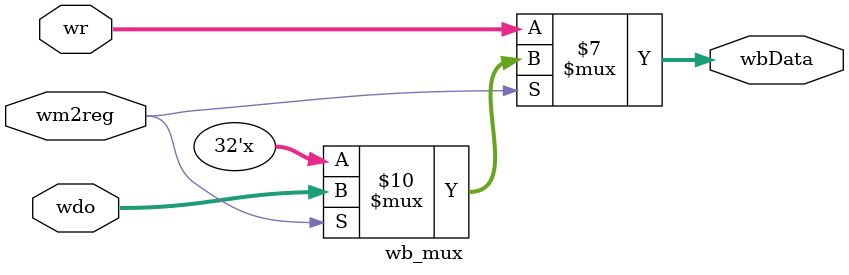
<source format=v>
`timescale 1ns / 1ps


// MY DATA PATH MODULE WHERE modules are intiaited.
module data_path(
    input clk, 
    output wire [31:0] pc,
    output wire [31:0] dinstOut,
    output wire [31:0] ealu,
    output wire [31:0] mr,
    output wire [31:0] wbData 
 );

    // wires decoding the instruction
    wire [31:0] npc;
    wire [31:0] inst_out;
    wire [5:0] op;
    wire [4:0] rs;
    wire [4:0] rt;
    wire [4:0] rd;
    wire [4:0] shamt;
    wire [5:0] funct;
    wire [15:0] imm;
    wire [25:0] address;    
    assign op = dinstOut[31:26];
    assign rs = dinstOut [25:21]; 
    assign rt = dinstOut [20:16]; 
    assign rd = dinstOut [15:11];
    assign shamt = dinstOut [10:6];
    assign funct = dinstOut [5:0];
    assign imm = dinstOut [15:0];
    assign address = dinstOut [25:0];
    
    // Internal Wires within IF/ID
    wire wreg;
    wire wmem;
    wire m2reg;
    wire [3:0] aluc;
    wire aluimm;
    wire regrt;
    wire [4:0] destReg;
    wire [31:0] qa;
    wire [31:0] qb;
    wire [31:0] dqa; 
    wire [31:0] dqb; 
    wire [31:0] imm32;
    
    // Internal Wires within ID/EXE
    wire [31:0] b;
    wire [31:0] a;
    wire [1:0] fwda; 
    wire [1:0] fwdb; 
    wire ewreg;
    wire em2reg;
    wire ewmem;
    wire [3:0] ealuc; 
    wire ealuimm;
    wire [4:0] edestReg; 
    wire [31:0] eqa;
    wire [31:0] eqb;
    wire [31:0] eimm32;
    wire [31:0] r;

    // wires out of EXE/MEM 
    wire mwreg;
    wire mm2reg;
    wire mwmem;
    wire [4:0] mdestReg;
    wire [31:0] mqb;
    wire [31:0] mdo;

    // wires out of MEM/WB
    wire wwreg;
    wire wm2reg;
    wire [4:0] wdestReg;
    wire [31:0] wr;
    wire [31:0] wdo;
    
    // EXTRA CREDIT WIRES TO IMPLMENT SHIFT, JUMP, AND BRANCH
    wire [1:0] pcsrc;
    wire wpcir;
    wire [31:0] bpc;
    wire [31:0] jpc;
    wire [31:0] pc4;
    wire [31:0] dpc4;
    wire [31:0] epc4;    
    wire [31:0] epc8;    
    wire rsrtequ;
    wire sext;
    wire shift;
    wire jal;
    wire ejal;
    wire eshift;
    wire [4:0] edestReg2; 

    // EXTRA CREDIT PROJECT MODULES FOR STALLS, DELAYED BRANCHES, JUMPS, AND SHIFTS
    npc_mux npc_mux_inst( 
        .pcsrc(pcsrc),
        .pc4(pc4),
        .bpc(bpc),
        .dqa(dqa),
        .jpc(jpc),
        .npc(npc)
    );
    address_extender address_extender_inst(
        .address(address),
        .dpc4(dpc4),
        .jpc(jpc)
    );
    
    bcp_adder bcp_adder_inst(
        .dpc4(dpc4),
        .imm(imm),
        .bpc(bpc)
    );
    
    equality_comparer equality_comparer_ins(
        .dqa(dqa),
        .dqb(dqb),
        .rsrtequ(rsrtequ)
    );
    
    pc_exe_adder pc_exe_adder_inst(
        .epc4(epc4),
        .epc8(epc8)
    );
    
    alu_a_mux alu_a_mux_inst(
        .eqa(eqa),
        .eimm32(eimm32),
        .eshift(eshift),
        .a(a)
    );
    
    jal_mux jal_mux_inst(
        .epc8(epc8),
        .r(r),
        .ejal(ejal),
        .ealu(ealu)
    );

    jal_f jal_f_inst(
        .edestReg(edestReg),
        .ejal(ejal),
        .edestReg2(edestReg2)
    );
    
    // ----------------------------------------------------------------------------------
    
    // ALL OTHER PREVIOUS OBJECT INSTANSIATIONS
    program_counter ProgramCounter_inst (
        .clk(clk), 
        .wpcir(wpcir),
        .npc(npc), 
        .pc(pc)
    );
    
    pc_adder ProgramCounterAdder_inst (
        .pc(pc), 
        .pc4(pc4)
    );
    
    instruction_memory InstructionMemory_inst (
        .pc(pc), 
        .instOut(inst_out)
    );
        
    if_id_pipeline_register STAGE1_inst (
        .clk(clk), 
        .wpcir(wpcir),
        .instOut(inst_out), 
        .dInstOut(dinstOut),
        .pc4(pc4),
        .dpc4(dpc4)
    );
    
    control_unit ControlUnit_inst (
        .op(op), 
        .func(funct), 
        .wreg(wreg), 
        .m2reg(m2reg), 
        .wmem(wmem), 
        .aluc(aluc), 
        .aluimm(aluimm), 
        .regrt(regrt),
        // PROJECT ADDTIONS
        .rs(rs),
        .rt(rt),
        .mdestReg(mdestReg),
        .mm2reg(mm2reg),
        .mwreg(mwreg),
        .edestReg(edestReg),
        .em2reg(em2reg),
        .ewreg(ewreg),
        .fwdb(fwdb),
        .fwda(fwda),
        .wpcir(wpcir),
        // Extra Credit
        .pcsrc(pcsrc),
        .rsrtequ(rsrtequ),
        .sext(sext),
        .shift(shift),
        .jal(jal)
    );
    
    fwda_mux fwda_mux_inst(
        .fwda(fwda),
        .qa(qa),
        .r(r),
        .mr(mr),
        .mdo(mdo),
        .dqa(dqa) 
    );
    
    fwdb_mux fwdb_mux_inst(
        .fwdb(fwdb),
        .qb(qb),
        .r(r),
        .mr(mr),
        .mdo(mdo),
        .dqb(dqb) 
    );
    
    regrt_multiplexer Multiplexer_inst (
        .rt(rt), 
        .rd(rd), 
        .regrt(regrt), 
        .destReg(destReg)
    );
    
    register_file FileRegister_inst (
        .rs(rs), 
        .rt(rt), 
        .qa(qa), 
        .qb(qb),
        .wdestReg(wdestReg),
        .wbData(wbData),
        .wwreg(wwreg),
        .clk(clk)
    );
    
    immediate_extender SignExtender_inst (
        .imm(imm), 
        .sext(sext),
        .imm32(imm32)
    );
    
    id_exe_pipeline_register STAGE2_inst (
        .clk(clk), 
        .wreg(wreg), 
        .ewreg(ewreg), 
        .m2reg(m2reg), 
        .em2reg(em2reg), 
        .wmem(wmem), 
        .ewmem(ewmem), 
        .aluc(aluc), 
        .ealuc(ealuc), 
        .aluimm(aluimm), 
        .ealuimm(ealuimm), 
        .destReg(destReg), 
        .edestReg(edestReg), 
        .dqa(dqa), 
        .eqa(eqa), 
        .dqb(dqb), 
        .eqb(eqb), 
        .imm32(imm32), 
        .eimm32(eimm32),
        // EXTRA CREDIT VARIBLES
        .dpc4(dpc4), 
        .epc4(epc4),
        .jal(jal), 
        .ejal(ejal),
        .shift(shift), 
        .eshift(eshift)
    );
        
    alu_b_mux Alu_Mux_inst (
        .eqb(eqb),
        .eimm32(eimm32),
        .ealuimm(ealuimm),
        .b(b)
    );
    
    alu Alu_inst (
        .a(a),
        .b(b),
        .ealuc(ealuc),
        .r(r)
    );
    
    exe_mem_pipeline_register EXE_MEM_STAGE_3(
        .clk(clk),
        .ewreg(ewreg),
        .em2reg(em2reg),
        .ewmem(ewmem),
        .edestReg2(edestReg2),
        .ealu(ealu),
        .eqb(eqb),
        .mwreg(mwreg),
        .mm2reg(mm2reg),
        .mwmem(mwmem),
        .mdestReg(mdestReg),
        .mr(mr),
        .mqb(mqb)
    );
    
    data_memory Data_Memory_inst(
        .clk(clk),
        .mr(mr),
        .mqb(mqb),
        .mwmem(mwmem),
        .mdo(mdo)
    );
    
    mem_web_pipeline_register MEM_WEB_STAGE_4(
        .clk(clk),
        .mwreg(mwreg),
        .mm2reg(mm2reg),
        .mdestReg(mdestReg),
        .mr(mr),
        .mdo(mdo),
        .wwreg(wwreg),
        .wm2reg(wm2reg),
        .wdestReg(wdestReg),
        .wr(wr),
        .wdo(wdo)
    );
        
    wb_mux Wb_Mux_inst(
        .wr(wr),
        .wdo(wdo),
        .wm2reg(wm2reg),
        .wbData(wbData)
    );
   
endmodule


// --------------------- STAGE 1: INSTRUCTION FETCH ---------------------

module program_counter( 
    input clk, input wire wpcir,
    input wire [31:0] npc, output reg [31:0] pc 
);
    initial begin
        pc = 32'd0;
    end
    always @(posedge clk) begin
        if (wpcir) begin pc <= npc; end 
    end
endmodule

    
module instruction_memory(input wire [31:0] pc, output reg [31:0] instOut); // CHANGE TO LW INSTRUCTIONS
    wire [31:0] rom [0:63];    
    // rom[word_addr] = instruction // (pc) label instruction
     assign rom[6'h00] = 32'h3c010000; // (00) main: lui $1, 0
     assign rom[6'h01] = 32'h34240050; // (04) ori $4, $1, 80
     assign rom[6'h02] = 32'h0c00001b; // (08) call: jal sum
     assign rom[6'h03] = 32'h20050004; // (0c) dslot1: addi $5, $0, 4
     assign rom[6'h04] = 32'hac820000; // (10) return: sw $2, 0($4)
     assign rom[6'h05] = 32'h8c890000; // (14) lw $9, 0($4)
     assign rom[6'h06] = 32'h01244022; // (18) sub $8, $9, $4
     assign rom[6'h07] = 32'h20050003; // (1c) addi $5, $0, 3
     assign rom[6'h08] = 32'h20a5ffff; // (20) loop2: addi $5, $5, -1
     assign rom[6'h09] = 32'h34a8ffff; // (24) ori $8, $5, 0xffff
     assign rom[6'h0a] = 32'h39085555; // (28) xori $8, $8, 0x5555
     assign rom[6'h0b] = 32'h2009ffff; // (2c) addi $9, $0, -1
     assign rom[6'h0c] = 32'h312affff; // (30) andi $10,$9,0xffff
     assign rom[6'h0d] = 32'h01493025; // (34) or $6, $10, $9
     assign rom[6'h0e] = 32'h01494026; // (38) xor $8, $10, $9
     assign rom[6'h0f] = 32'h01463824; // (3c) and $7, $10, $6
     assign rom[6'h10] = 32'h10a00003; // (40) beq $5, $0, shift
     assign rom[6'h11] = 32'h00000000; // (44) dslot2: nop
     assign rom[6'h12] = 32'h08000008; // (48) j loop2
     assign rom[6'h13] = 32'h00000000; // (4c) dslot3: nop
     assign rom[6'h14] = 32'h2005ffff; // (50) shift: addi $5, $0, -1
     assign rom[6'h15] = 32'h000543c0; // (54) sll $8, $5, 15
     assign rom[6'h16] = 32'h00084400; // (58) sll $8, $8, 16
     assign rom[6'h17] = 32'h00084403; // (5c) sra $8, $8, 16
     assign rom[6'h18] = 32'h000843c2; // (60) srl $8, $8, 15
     assign rom[6'h19] = 32'h08000019; // (64) finish: j finish
     assign rom[6'h1a] = 32'h00000000; // (68) dslot4: nop
     assign rom[6'h1b] = 32'h00004020; // (6c) sum: add $8, $0, $0
     assign rom[6'h1c] = 32'h8c890000; // (70) loop: lw $9, 0($4)
     assign rom[6'h1d] = 32'h01094020; // (74) stall: add $8, $8, $9
     assign rom[6'h1e] = 32'h20a5ffff; // (78) addi $5, $5, -1
     assign rom[6'h1f] = 32'h14a0fffc; // (7c) bne $5, $0, loop
     assign rom[6'h20] = 32'h20840004; // (80) dslot5: addi $4, $4, 4
     assign rom[6'h21] = 32'h03e00008; // (84) jr $31
     assign rom[6'h22] = 32'h00081000; // (88) dslot6: sll $2, $8, 0
    always @(*) begin
        instOut = rom[pc / 4];
    end    
endmodule
    
    
module pc_adder(input wire [31:0] pc, output reg [31:0] pc4);
    always @(*) begin
        pc4 = pc + 32'd4;
    end    
endmodule


module if_id_pipeline_register(
    input clk, 
    input wire wpcir,
    input wire [31:0] instOut, 
    output reg [31:0] dInstOut,
    input wire [31:0] pc4,
    output reg [31:0] dpc4
);
    always @(posedge clk) begin
        if (wpcir) begin
            dInstOut <= instOut;
            dpc4 <= pc4;
        end
    end
endmodule


module npc_mux( // EXTRA CREDIT PROJECT MODULES FOR DELAYED BRANCHES
    input wire [1:0] pcsrc,
    input wire [31:0] pc4,
    input wire [31:0] bpc,
    input wire [31:0] dqa,
    input wire [31:0] jpc,
    output reg [31:0] npc
);
    always @(*) begin
        if(pcsrc==0) begin npc = pc4; end
        if(pcsrc==1) begin npc = bpc; end
        if(pcsrc==2) begin npc = dqa; end
        if(pcsrc==3) begin npc = jpc; end 
        end
endmodule


// --------------------- STAGE 2: INSTRUCTION DECODE ---------------------

module control_unit(
    input wire [5:0] op, 
    input wire [5:0] func, 
    output reg wreg, 
    output reg m2reg, 
    output reg wmem, 
    output reg [3:0]aluc, 
    output reg aluimm, 
    output reg regrt,
    // PROJECT ADDTIONS
    input wire [4:0] rs,
    input wire [4:0] rt,
    input wire [4:0] mdestReg,
    input wire mm2reg,
    input wire mwreg,
    input wire [4:0] edestReg,
    input wire em2reg,
    input wire ewreg,
    output reg [1:0] fwdb,
    output reg [1:0] fwda,
    output reg wpcir,
    // EXTRA CREDIT VARIBLES
    output reg [1:0] pcsrc,
    input wire rsrtequ,
    output reg jal,
    output reg shift,
    output reg sext
);
    initial begin wpcir = 1'b1; pcsrc = 2'b00; end
     // STALL LOGIC
    reg stall = 1'b0;
    reg i_rs = 1'b0;
    reg i_rt = 1'b0;
    always @(*) begin
        wpcir = 1'b1;
        shift = 0; 
        if(op == 6'b000000) begin i_rs = 1'b1; i_rt = 1'b1; end 
        if(op == 6'b100011) begin i_rs = 1'b1; i_rt = 1'b0; end
        stall = ewreg & em2reg & (edestReg!=0) & (i_rs & (edestReg == rs) | i_rt & (edestReg == rt));
        if(stall) begin // NEED TO PREVENT WRITE 
            wpcir = 1'b0; 
            wreg = 0;
            m2reg = 0;
            wmem = 0;
            aluc = 4'b0000;
        end
        else begin
        case(op)
            6'b000000: begin // R-TYPE Instructions
                wreg = 1;  
                m2reg = 0;
                wmem = 0;
                aluimm = 0;
                regrt = 0;
                jal = 0;
                pcsrc = 2'b00; 
                case(func)
                    6'b100000: aluc = 4'b0010; // add
                    6'b100010: aluc = 4'b0110; // sub
                    6'b100100: aluc = 4'b0000; // and
                    6'b100101: aluc = 4'b0001; // or
                    6'b100110: aluc = 4'b0011; // xor
                    6'b000000: begin aluc = 4'b1010; shift = 1; end // sll
                    6'b000010: begin aluc = 4'b1100; shift = 1; end // srl
                    6'b000011: begin aluc = 4'b1011; shift = 1; end // sra
                    6'b001000: pcsrc = 2'b10; // jr
                    // Additional R-TYPE instructions if needed
                endcase
            end
            // ------------  I-FORMATS ------------
            6'b001000: // addi command
            begin 
                wreg = 1;
                regrt = 1;
                m2reg = 0;
                wmem = 0;
                aluc = 4'b0010; // Add
                aluimm = 1;
                sext = 1; // Sign extend the immediate
                jal = 0;
                pcsrc = 2'b00; 
            end
            6'b001100: // andi command
            begin 
                wreg = 1;
                regrt = 1;
                wmem = 0;
                m2reg = 0;
                aluc = 4'b0000; // And
                aluimm = 1;
                sext = 0;    
                jal = 0;  
                pcsrc = 2'b00;                           
            end   
            6'b001101: // ori command
            begin 
                wreg = 1;
                regrt = 1;
                wmem = 0;
                m2reg = 0;
                aluc = 4'b0001; // OR
                aluimm = 1;
                sext = 0;    
                jal = 0;
                pcsrc = 2'b00;                 
            end      
            6'b001110: // xori command
            begin 
                wreg = 1;
                regrt = 1;
                wmem = 0;
                m2reg = 0;
                aluc = 4'b0011; // XOR
                aluimm = 1;
                sext = 0;  
                jal = 0;
                pcsrc = 2'b00;                   
            end                                
            6'b100011: // lw command
            begin
                wreg = 1;
                regrt = 1;
                m2reg = 1;
                wmem = 0;
                aluc = 4'b0010;
                aluimm = 1;
                sext = 1;
                jal = 0;
                pcsrc = 2'b00;                 
            end
            6'b101011: // sw command
            begin
                wreg = 0;
                regrt = 1;
                m2reg = 0;
                wmem = 1;
                aluc = 4'b0010;
                aluimm = 1;
                sext = 1;
                jal = 0;
                pcsrc = 2'b00;                 
            end
            6'b000100: // beq command
            begin 
                wreg = 0;
                m2reg = 0;
                wmem = 0;
                aluc = 4'b0110; // Subtract for comparison
                aluimm = 0;
                jal = 0;
                pcsrc = rsrtequ ? 2'b01 : 2'b00; // Branch if rs and rt are equal           
            end   
            6'b000101: // bne command
            begin 
                wreg = 0;
                m2reg = 0;
                wmem = 0;
                aluc = 4'b0110; // Subtract for comparison
                aluimm = 0;
                jal = 0;
                pcsrc = rsrtequ ? 2'b00 : 2'b01; // Branch if rs and rt are not equal
            end           
            6'b001111: // lui command
            begin 
                pcsrc = 2'b00; 
                wreg = 1;
                m2reg = 0;
                wmem = 0;
                aluc = 4'b0100; // Operation for LUI
                aluimm = 1;
                sext = 0;
                jal = 0;
            end   
            // ------- j format --------
            6'b000010: // j command
            begin 
                wreg = 0;
                m2reg = 0;
                wmem = 0;
                aluimm = 0;
                aluc = 4'b0000;
                pcsrc = 2'b11; 
                jal = 0;
            end   
            6'b000011: // jal command
            begin 
                m2reg = 0;
                wmem = 0;
                aluimm = 0;
                aluc = 4'b0000;
                pcsrc = 2'b11; 
                wreg = 1;
                jal = 1;
            end                               
         endcase end
    end    
    // FINAL PROJECT FORWARDING UNIT
    always @(*) begin
        // Default no forwarding
        fwda = 2'b00;
        fwdb = 2'b00;
        
        // Forwarding logic for ALU operand A (rs)
        if (ewreg && (edestReg == rs) && !em2reg) begin
            // Forward from ALU result in EX stage
            fwda = 2'b01;
        end else if (mwreg && (mdestReg == rs) && !mm2reg) begin
            // Forward from ALU result in MEM stage
            fwda = 2'b10;
        end else if (mwreg && (mdestReg == rs) && mm2reg) begin
            // Forward from data memory (load-use hazard)
            fwda = 2'b11;
        end
 
        // Forwarding logic for ALU operand B (rt)
        if (ewreg && (edestReg == rt) && !em2reg) begin
            // Forward from ALU result in EX stage
            fwdb = 2'b01;
        end else if (mwreg && (mdestReg == rt) && !mm2reg) begin
            // Forward from ALU result in MEM stage
            fwdb = 2'b10;
        end else if (mwreg && (mdestReg == rt) && mm2reg) begin
            // Forward from data memory (load-use hazard)
            fwdb = 2'b11;
        end
    end
endmodule

module regrt_multiplexer( 
input wire [4:0] rt, 
input wire [4:0] rd, 
input wire regrt, 
output reg [4:0] destReg
);
    always @(*) begin
        if(regrt==0)
            begin 
                destReg = rd; 
            end
        if(regrt==1)
            begin
                destReg = rt; 
            end
    end    
endmodule

module register_file(
input wire [4:0] rs, 
input wire [4:0] rt, 
output reg [31:0] qa, 
output reg [31:0] qb,
// UPDATED REG GETS ADDTIONAL PARAMETERS:
input [4:0] wdestReg,
input [31:0] wbData,
input wwreg,
input clk
);   
    reg [31:0] register [0:31]; 
    integer i;
    initial begin
        for (i = 0; i < 32; i = i + 1) begin
            register[i] = 32'h00000000;
        end
    end
    always @(*) 
        begin
            qa = register[rs];
            qb = register[rt];
        end
    always @(negedge clk) 
     begin
        if(wwreg == 1) begin 
            register[wdestReg] = wbData;
        end
     end
endmodule

module immediate_extender(input wire [15:0] imm, input wire sext, output reg [31:0] imm32);
    always @(*) 
        begin
            if (sext)
                imm32 = {{16{imm[15]}}, imm}; 
            else
                imm32 = {16'b0, imm}; 
         end
endmodule

module id_exe_pipeline_register(
input clk, 
input  wreg,          output reg ewreg,
input  m2reg,         output reg em2reg,
input  wmem,          output reg ewmem, 
input  [3:0] aluc,    output reg [3:0] ealuc,
input  aluimm,        output reg ealuimm, 
input [4:0] destReg, output reg [4:0] edestReg,
input [31:0] dqa,     output reg [31:0] eqa, 
input [31:0] dqb,     output reg [31:0] eqb, 
input [31:0] imm32,  output reg [31:0] eimm32,
// EXTRA CREDIT VARIBLES
input [31:0] dpc4, output reg [31:0] epc4,
input jal, output reg ejal,
input shift, output reg eshift
);
    always @(posedge clk) 
       begin
          ewreg <= wreg;
          em2reg <= m2reg;
          ewmem <= wmem;
          ealuc <= aluc;
          ealuimm <= aluimm;
          edestReg <= destReg;
          eqa <= dqa;
          eqb <= dqb;
          eimm32 <= imm32;
          epc4 <= dpc4;
          ejal <= jal;
          eshift <= shift;
    end
endmodule

// FINAL PROJECT 2 NEW Muxes
module fwda_mux(
input wire [1:0] fwda,
input wire [31:0] qa,
input wire [31:0] r,
input wire [31:0] mr,
input wire [31:0] mdo,
output reg [31:0] dqa
);
    always @(*) begin
        if(fwda==0) begin dqa = qa; end
        if(fwda==1) begin dqa = r; end
        if(fwda==2) begin dqa = mr; end
        if(fwda==3) begin dqa = mdo; end
    end
endmodule

module fwdb_mux(
input wire [1:0] fwdb,
input wire [31:0] qb,
input wire [31:0] r,
input wire [31:0] mr,
input wire [31:0] mdo,
output reg [31:0] dqb
);
    always @(*) begin
        if(fwdb==0) begin dqb = qb; end
        if(fwdb==1) begin dqb = r; end
        if(fwdb==2) begin dqb = mr; end
        if(fwdb==3) begin dqb = mdo; end
    end
endmodule

// EXTRA CREDIT MODULES
module address_extender(
    input wire [25:0] address,
    input wire [31:0] dpc4,
    output reg [31:0] jpc
);
    always @(*) 
        begin
             jpc = {dpc4[31:28], address[25:0], 2'b00};
        end
endmodule

module bcp_adder(
    input wire [31:0] dpc4, 
    input wire [15:0] imm, 
    output reg [31:0] bpc
);
    wire [31:0] imm_extended = {{16{imm[15]}}, imm}; 
    always @(*) 
        begin 
            bpc = dpc4 + (imm_extended << 2); 
        end
endmodule

module equality_comparer(
    input wire [31:0] dqa,
    input wire [31:0] dqb,
    output reg rsrtequ
);
    always @(*) 
        begin
            if(dqa == dqb) begin rsrtequ = 1; end
            else begin rsrtequ = 0; end
        end
endmodule

// --------------------- STAGE 3: EXE Stage ---------------------

module alu_b_mux(
    input [31:0] eqb,
    input [31:0] eimm32,
    input ealuimm,
    output reg [31:0] b
);
   always @(*) 
       begin
          if(ealuimm == 0)
            begin
                b = eqb;
            end
          if(ealuimm == 1)
            begin
                b = eimm32;
            end
        end
endmodule

module alu(
    input [31:0] a,
    input [31:0] b,
    input [3:0] ealuc,
    output reg [31:0] r
);
   always @(*) 
    begin
      case (ealuc)
        4'b0010: r = a + b;                   // Add
        4'b0110: r = a - b;                   // Subtract
        4'b0000: r = a & b;                   // AND
        4'b0001: r = a | b;                   // OR
        4'b0011: r = a ^ b;                   // XOR
        4'b1010: r = b << a[4:0];             // Shift left logical (sll)
        4'b1100: r = b >> a[4:0];             // Shift right logical (srl)
        4'b1011: r = $signed(b) >>> a[4:0];   // Shift right arithmetic (sra)
        4'b0100: r = b << 16;                 // Load Upper Immediate (lui)
        default: r = 32'b0;                   // Default output value
      endcase
    end
endmodule

module exe_mem_pipeline_register(
    input clk,
    // Inputs
    input ewreg,
    input em2reg,
    input ewmem,
    input [4:0] edestReg2,
    input [31:0] ealu,
    input [31:0] eqb,
    // Outputs
    output reg mwreg,
    output reg mm2reg,
    output reg mwmem,
    output reg [4:0] mdestReg,
    output reg [31:0] mr, // also called malu
    output reg [31:0] mqb
);
always @(posedge clk) 
    begin
        mwreg <= ewreg;
        mm2reg <= em2reg;
        mwmem <= ewmem;
        mdestReg <= edestReg2;
        mr <= ealu;
        mqb <= eqb;
    end
endmodule

// EXTRA CREDIT MODULES
module pc_exe_adder(input wire [31:0] epc4, output reg [31:0] epc8);
    always @(*)
        begin
            epc8 = epc4 + 32'd4;
        end
endmodule

module alu_a_mux(
    input wire [31:0] eqa,
    input wire [31:0] eimm32,
    input wire eshift,
    output reg [31:0] a
);
    always @(*)
        begin
            if(eshift) begin a = {27'b0, eimm32[10:6]};  end
            else begin a = eqa; end
        end
endmodule

module jal_mux(
    input wire [31:0] epc8,
    input wire [31:0] r,
    input ejal,
    output reg [31:0] ealu
);
    always @(*)
        begin
            if(ejal) begin ealu = epc8; end
            else begin ealu = r; end
        end
endmodule

module jal_f(
    input wire [4:0] edestReg,
    input wire ejal,
    output reg [4:0] edestReg2
);
    always @(*)
        begin
            if(ejal) begin edestReg2 = 5'd31; end
            else begin edestReg2 = edestReg; end
            
        end
endmodule


// --------------------- STAGE 4: MEMORY ---------------------

module data_memory(  
    input clk,            
    input [31:0] mr,    
    input [31:0] mqb,   
    input mwmem,        
    output reg [31:0] mdo 
);
    // MY MEMORY
    reg [31:0] ram [63:0];
    integer i;
    initial begin
        for (i = 0; i < 32; i = i + 1)
            ram[i] = 0;    
        // ram[word_addr] = data // (byte_addr) item in data array
         ram[5'h14] = 32'h000000a3; // (50) data[0] 0 + a3 = a3
         ram[5'h15] = 32'h00000027; // (54) data[1] a3 + 27 = ca
         ram[5'h16] = 32'h00000079; // (58) data[2] ca + 79 = 143
         ram[5'h17] = 32'h00000115; // (5c) data[3] 143 + 115 = 258
         // ram[5'h18] should be 0x00000258, the sum stored by sw instruction
    end
    always @(*) begin
        mdo = ram[mr / 4];
    end
    always @(posedge clk) begin
        if(mwmem) begin
            ram[mr / 4] <= mqb;
        end
    end
endmodule

module mem_web_pipeline_register(
    input clk,       // Clock signal
    // Inputs
    input mwreg,       // Control signal for writing to the register
    input mm2reg,      // Control signal for choosing source for register write-back
    input [4:0] mdestReg, // Destination register address
    input [31:0] mr,   // Memory address for read
    input [31:0] mdo,  // Output data from memory
    // Outputs
    output reg wwreg,      // Control signal for writing to the register
    output reg wm2reg,     // Control signal for choosing source for register write-back
    output reg [4:0] wdestReg, // Destination register address for write-back
    output reg [31:0] wr,  // Register address for read-back
    output reg [31:0] wdo  // Data to write back to the register
);
    always @(posedge clk) begin
        wwreg    <= mwreg;
        wm2reg   <= mm2reg;
        wdestReg <= mdestReg;
        wr       <= mr;
        wdo      <= mdo;
    end
endmodule

// --------------------- LAB 5: WB Modules ---------------------

module wb_mux(
    input [31:0] wr,
    input [31:0] wdo,
    input wm2reg,
    output reg [31:0] wbData
);
    always @(*) begin
        if(wm2reg == 1) begin
            wbData = wdo;
        end
        if(wm2reg == 0) begin
            wbData = wr;
        end
    end
endmodule



</source>
